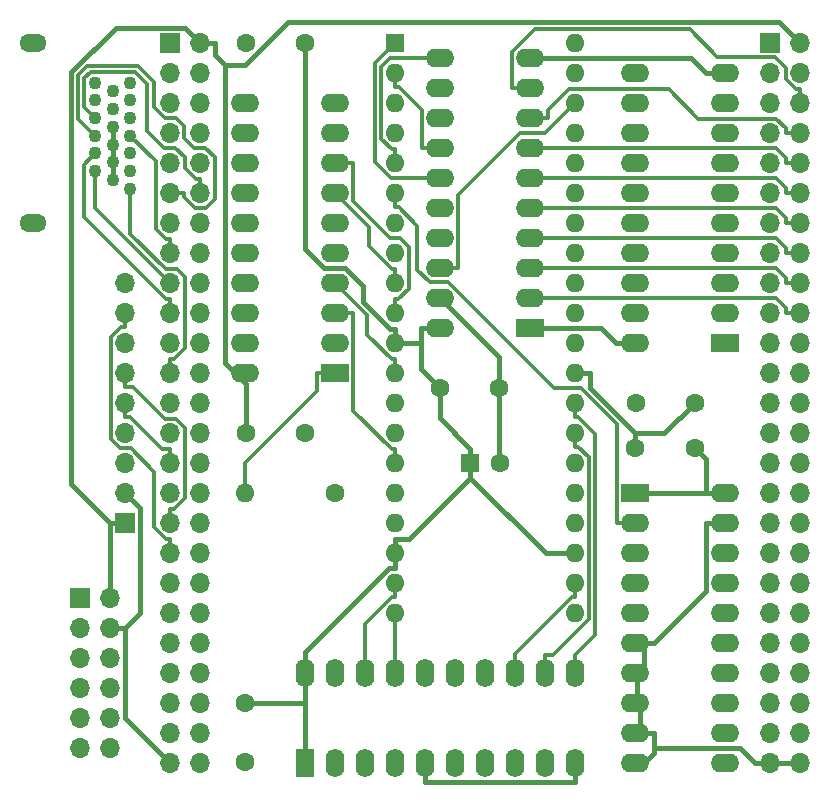
<source format=gbl>
G04 #@! TF.GenerationSoftware,KiCad,Pcbnew,(6.0.9)*
G04 #@! TF.CreationDate,2024-06-02T20:06:45+02:00*
G04 #@! TF.ProjectId,Sombrero_MSX_Goa'uld_X,536f6d62-7265-4726-9f5f-4d53585f476f,rev?*
G04 #@! TF.SameCoordinates,Original*
G04 #@! TF.FileFunction,Copper,L2,Bot*
G04 #@! TF.FilePolarity,Positive*
%FSLAX46Y46*%
G04 Gerber Fmt 4.6, Leading zero omitted, Abs format (unit mm)*
G04 Created by KiCad (PCBNEW (6.0.9)) date 2024-06-02 20:06:45*
%MOMM*%
%LPD*%
G01*
G04 APERTURE LIST*
G04 #@! TA.AperFunction,ComponentPad*
%ADD10R,1.600000X1.600000*%
G04 #@! TD*
G04 #@! TA.AperFunction,ComponentPad*
%ADD11C,1.600000*%
G04 #@! TD*
G04 #@! TA.AperFunction,ComponentPad*
%ADD12R,2.400000X1.600000*%
G04 #@! TD*
G04 #@! TA.AperFunction,ComponentPad*
%ADD13O,2.400000X1.600000*%
G04 #@! TD*
G04 #@! TA.AperFunction,ComponentPad*
%ADD14R,1.700000X1.700000*%
G04 #@! TD*
G04 #@! TA.AperFunction,ComponentPad*
%ADD15O,1.700000X1.700000*%
G04 #@! TD*
G04 #@! TA.AperFunction,ComponentPad*
%ADD16C,1.100000*%
G04 #@! TD*
G04 #@! TA.AperFunction,ComponentPad*
%ADD17O,2.300000X1.500000*%
G04 #@! TD*
G04 #@! TA.AperFunction,ComponentPad*
%ADD18O,1.600000X1.600000*%
G04 #@! TD*
G04 #@! TA.AperFunction,ComponentPad*
%ADD19R,1.600000X2.400000*%
G04 #@! TD*
G04 #@! TA.AperFunction,ComponentPad*
%ADD20O,1.600000X2.400000*%
G04 #@! TD*
G04 #@! TA.AperFunction,Conductor*
%ADD21C,0.300000*%
G04 #@! TD*
G04 #@! TA.AperFunction,Conductor*
%ADD22C,0.450000*%
G04 #@! TD*
G04 APERTURE END LIST*
D10*
X146050000Y-114300000D03*
D11*
X148550000Y-114300000D03*
D12*
X151130000Y-102870000D03*
D13*
X151130000Y-100330000D03*
X151130000Y-97790000D03*
X151130000Y-95250000D03*
X151130000Y-92710000D03*
X151130000Y-90170000D03*
X151130000Y-87630000D03*
X151130000Y-85090000D03*
X151130000Y-82550000D03*
X151130000Y-80010000D03*
X143510000Y-80010000D03*
X143510000Y-82550000D03*
X143510000Y-85090000D03*
X143510000Y-87630000D03*
X143510000Y-90170000D03*
X143510000Y-92710000D03*
X143510000Y-95250000D03*
X143510000Y-97790000D03*
X143510000Y-100330000D03*
X143510000Y-102870000D03*
D14*
X120650000Y-78740000D03*
D15*
X123190000Y-78740000D03*
X120650000Y-81280000D03*
X123190000Y-81280000D03*
X120650000Y-83820000D03*
X123190000Y-83820000D03*
X120650000Y-86360000D03*
X123190000Y-86360000D03*
X120650000Y-88900000D03*
X123190000Y-88900000D03*
X120650000Y-91440000D03*
X123190000Y-91440000D03*
X120650000Y-93980000D03*
X123190000Y-93980000D03*
X120650000Y-96520000D03*
X123190000Y-96520000D03*
X120650000Y-99060000D03*
X123190000Y-99060000D03*
X120650000Y-101600000D03*
X123190000Y-101600000D03*
X120650000Y-104140000D03*
X123190000Y-104140000D03*
X120650000Y-106680000D03*
X123190000Y-106680000D03*
X120650000Y-109220000D03*
X123190000Y-109220000D03*
X120650000Y-111760000D03*
X123190000Y-111760000D03*
X120650000Y-114300000D03*
X123190000Y-114300000D03*
X120650000Y-116840000D03*
X123190000Y-116840000D03*
X120650000Y-119380000D03*
X123190000Y-119380000D03*
X120650000Y-121920000D03*
X123190000Y-121920000D03*
X120650000Y-124460000D03*
X123190000Y-124460000D03*
X120650000Y-127000000D03*
X123190000Y-127000000D03*
X120650000Y-129540000D03*
X123190000Y-129540000D03*
X120650000Y-132080000D03*
X123190000Y-132080000D03*
X120650000Y-134620000D03*
X123190000Y-134620000D03*
X120650000Y-137160000D03*
X123190000Y-137160000D03*
X120650000Y-139700000D03*
X123190000Y-139700000D03*
D14*
X171450000Y-78710000D03*
D15*
X173990000Y-78710000D03*
X171450000Y-81250000D03*
X173990000Y-81250000D03*
X171450000Y-83790000D03*
X173990000Y-83790000D03*
X171450000Y-86330000D03*
X173990000Y-86330000D03*
X171450000Y-88870000D03*
X173990000Y-88870000D03*
X171450000Y-91410000D03*
X173990000Y-91410000D03*
X171450000Y-93950000D03*
X173990000Y-93950000D03*
X171450000Y-96490000D03*
X173990000Y-96490000D03*
X171450000Y-99030000D03*
X173990000Y-99030000D03*
X171450000Y-101570000D03*
X173990000Y-101570000D03*
X171450000Y-104110000D03*
X173990000Y-104110000D03*
X171450000Y-106650000D03*
X173990000Y-106650000D03*
X171450000Y-109190000D03*
X173990000Y-109190000D03*
X171450000Y-111730000D03*
X173990000Y-111730000D03*
X171450000Y-114270000D03*
X173990000Y-114270000D03*
X171450000Y-116810000D03*
X173990000Y-116810000D03*
X171450000Y-119350000D03*
X173990000Y-119350000D03*
X171450000Y-121890000D03*
X173990000Y-121890000D03*
X171450000Y-124430000D03*
X173990000Y-124430000D03*
X171450000Y-126970000D03*
X173990000Y-126970000D03*
X171450000Y-129510000D03*
X173990000Y-129510000D03*
X171450000Y-132050000D03*
X173990000Y-132050000D03*
X171450000Y-134590000D03*
X173990000Y-134590000D03*
X171450000Y-137130000D03*
X173990000Y-137130000D03*
X171450000Y-139670000D03*
X173990000Y-139670000D03*
D12*
X167640000Y-104140000D03*
D13*
X167640000Y-101600000D03*
X167640000Y-99060000D03*
X167640000Y-96520000D03*
X167640000Y-93980000D03*
X167640000Y-91440000D03*
X167640000Y-88900000D03*
X167640000Y-86360000D03*
X167640000Y-83820000D03*
X167640000Y-81280000D03*
X160020000Y-81280000D03*
X160020000Y-83820000D03*
X160020000Y-86360000D03*
X160020000Y-88900000D03*
X160020000Y-91440000D03*
X160020000Y-93980000D03*
X160020000Y-96520000D03*
X160020000Y-99060000D03*
X160020000Y-101600000D03*
X160020000Y-104140000D03*
D12*
X134620000Y-106680000D03*
D13*
X134620000Y-104140000D03*
X134620000Y-101600000D03*
X134620000Y-99060000D03*
X134620000Y-96520000D03*
X134620000Y-93980000D03*
X134620000Y-91440000D03*
X134620000Y-88900000D03*
X134620000Y-86360000D03*
X134620000Y-83820000D03*
X127000000Y-83820000D03*
X127000000Y-86360000D03*
X127000000Y-88900000D03*
X127000000Y-91440000D03*
X127000000Y-93980000D03*
X127000000Y-96520000D03*
X127000000Y-99060000D03*
X127000000Y-101600000D03*
X127000000Y-104140000D03*
X127000000Y-106680000D03*
D11*
X165060000Y-113030000D03*
X160060000Y-113030000D03*
D12*
X160005000Y-116840000D03*
D13*
X160005000Y-119380000D03*
X160005000Y-121920000D03*
X160005000Y-124460000D03*
X160005000Y-127000000D03*
X160005000Y-129540000D03*
X160005000Y-132080000D03*
X160005000Y-134620000D03*
X160005000Y-137160000D03*
X160005000Y-139700000D03*
X167625000Y-139700000D03*
X167625000Y-137160000D03*
X167625000Y-134620000D03*
X167625000Y-132080000D03*
X167625000Y-129540000D03*
X167625000Y-127000000D03*
X167625000Y-124460000D03*
X167625000Y-121920000D03*
X167625000Y-119380000D03*
X167625000Y-116840000D03*
D11*
X132080000Y-78740000D03*
X127080000Y-78740000D03*
D16*
X117300000Y-91090000D03*
X115800000Y-90340000D03*
X117300000Y-89590000D03*
X114300000Y-89590000D03*
X115800000Y-88840000D03*
X114300000Y-88090000D03*
X117300000Y-88090000D03*
X115800000Y-87340000D03*
X117300000Y-86590000D03*
X114300000Y-86590000D03*
X115800000Y-85840000D03*
X114300000Y-85090000D03*
X117300000Y-85090000D03*
X115800000Y-84340000D03*
X117300000Y-83590000D03*
X114300000Y-83590000D03*
X115800000Y-82840000D03*
X114300000Y-82090000D03*
X117300000Y-82090000D03*
D17*
X109080000Y-93940000D03*
X109080000Y-78740000D03*
D11*
X160075000Y-109215000D03*
X165075000Y-109215000D03*
X127080000Y-111785000D03*
X132080000Y-111785000D03*
D10*
X139710000Y-78740000D03*
D18*
X139710000Y-81280000D03*
X139710000Y-83820000D03*
X139710000Y-86360000D03*
X139710000Y-88900000D03*
X139710000Y-91440000D03*
X139710000Y-93980000D03*
X139710000Y-96520000D03*
X139710000Y-99060000D03*
X139710000Y-101600000D03*
X139710000Y-104140000D03*
X139710000Y-106680000D03*
X139710000Y-109220000D03*
X139710000Y-111760000D03*
X139710000Y-114300000D03*
X139710000Y-116840000D03*
X139710000Y-119380000D03*
X139710000Y-121920000D03*
X139710000Y-124460000D03*
X139710000Y-127000000D03*
X154950000Y-127000000D03*
X154950000Y-124460000D03*
X154950000Y-121920000D03*
X154950000Y-119380000D03*
X154950000Y-116840000D03*
X154950000Y-114300000D03*
X154950000Y-111760000D03*
X154950000Y-109220000D03*
X154950000Y-106680000D03*
X154950000Y-104140000D03*
X154950000Y-101600000D03*
X154950000Y-99060000D03*
X154950000Y-96520000D03*
X154950000Y-93980000D03*
X154950000Y-91440000D03*
X154950000Y-88900000D03*
X154950000Y-86360000D03*
X154950000Y-83820000D03*
X154950000Y-81280000D03*
X154950000Y-78740000D03*
D11*
X143495000Y-107950000D03*
X148495000Y-107950000D03*
X127000000Y-134620000D03*
X127000000Y-139620000D03*
D14*
X113030000Y-125730000D03*
D15*
X115570000Y-125730000D03*
X113030000Y-128270000D03*
X115570000Y-128270000D03*
X113030000Y-130810000D03*
X115570000Y-130810000D03*
X113030000Y-133350000D03*
X115570000Y-133350000D03*
X113030000Y-135890000D03*
X115570000Y-135890000D03*
X113030000Y-138430000D03*
X115570000Y-138430000D03*
D19*
X132070000Y-139695000D03*
D20*
X134610000Y-139695000D03*
X137150000Y-139695000D03*
X139690000Y-139695000D03*
X142230000Y-139695000D03*
X144770000Y-139695000D03*
X147310000Y-139695000D03*
X149850000Y-139695000D03*
X152390000Y-139695000D03*
X154930000Y-139695000D03*
X154930000Y-132075000D03*
X152390000Y-132075000D03*
X149850000Y-132075000D03*
X147310000Y-132075000D03*
X144770000Y-132075000D03*
X142230000Y-132075000D03*
X139690000Y-132075000D03*
X137150000Y-132075000D03*
X134610000Y-132075000D03*
X132070000Y-132075000D03*
D11*
X134620000Y-116840000D03*
D18*
X127000000Y-116840000D03*
D14*
X116840000Y-119380000D03*
D15*
X116840000Y-116840000D03*
X116840000Y-114300000D03*
X116840000Y-111760000D03*
X116840000Y-109220000D03*
X116840000Y-106680000D03*
X116840000Y-104140000D03*
X116840000Y-101600000D03*
X116840000Y-99060000D03*
D21*
X119449900Y-88739900D02*
X117300000Y-86590000D01*
X119449900Y-94494900D02*
X119449900Y-88739900D01*
X120274900Y-95319900D02*
X119449900Y-94494900D01*
X120650000Y-95319900D02*
X120274900Y-95319900D01*
X120650000Y-96520000D02*
X120650000Y-95319900D01*
X114300000Y-92710000D02*
X114300000Y-89590000D01*
X120650000Y-99060000D02*
X114300000Y-92710000D01*
X120292600Y-100399900D02*
X120650000Y-100399900D01*
X113368000Y-93475300D02*
X120292600Y-100399900D01*
X113368000Y-89022000D02*
X113368000Y-93475300D01*
X114300000Y-88090000D02*
X113368000Y-89022000D01*
X120650000Y-101600000D02*
X120650000Y-100399900D01*
X121023000Y-105479900D02*
X120650000Y-105479900D01*
X121920000Y-104582900D02*
X121023000Y-105479900D01*
X121920000Y-98572500D02*
X121920000Y-104582900D01*
X121207300Y-97859800D02*
X121920000Y-98572500D01*
X120290800Y-97859800D02*
X121207300Y-97859800D01*
X117300000Y-94869000D02*
X120290800Y-97859800D01*
X117300000Y-91090000D02*
X117300000Y-94869000D01*
X120650000Y-106680000D02*
X120650000Y-105479900D01*
X123190000Y-91440000D02*
X123190000Y-90239900D01*
X122817000Y-90239900D02*
X123190000Y-90239900D01*
X121877800Y-89300700D02*
X122817000Y-90239900D01*
X121877800Y-88414400D02*
X121877800Y-89300700D01*
X121093400Y-87630000D02*
X121877800Y-88414400D01*
X120168800Y-87630000D02*
X121093400Y-87630000D01*
X118691300Y-86152500D02*
X120168800Y-87630000D01*
X118691300Y-82178000D02*
X118691300Y-86152500D01*
X117677100Y-81163800D02*
X118691300Y-82178000D01*
X113924000Y-81163800D02*
X117677100Y-81163800D01*
X113386700Y-81701100D02*
X113924000Y-81163800D01*
X113386700Y-84176700D02*
X113386700Y-81701100D01*
X114300000Y-85090000D02*
X113386700Y-84176700D01*
X121850100Y-91813000D02*
X121850100Y-91440000D01*
X122747100Y-92710000D02*
X121850100Y-91813000D01*
X123665000Y-92710000D02*
X122747100Y-92710000D01*
X124425200Y-91949800D02*
X123665000Y-92710000D01*
X124425200Y-88414100D02*
X124425200Y-91949800D01*
X123641100Y-87630000D02*
X124425200Y-88414100D01*
X122677900Y-87630000D02*
X123641100Y-87630000D01*
X121850100Y-86802200D02*
X122677900Y-87630000D01*
X121850100Y-85803600D02*
X121850100Y-86802200D01*
X121136500Y-85090000D02*
X121850100Y-85803600D01*
X120218700Y-85090000D02*
X121136500Y-85090000D01*
X119261300Y-84132600D02*
X120218700Y-85090000D01*
X119261300Y-82006200D02*
X119261300Y-84132600D01*
X117915100Y-80660000D02*
X119261300Y-82006200D01*
X113641200Y-80660000D02*
X117915100Y-80660000D01*
X112871600Y-81429600D02*
X113641200Y-80660000D01*
X112871600Y-85161600D02*
X112871600Y-81429600D01*
X114300000Y-86590000D02*
X112871600Y-85161600D01*
X120650000Y-91440000D02*
X121850100Y-91440000D01*
X119950100Y-113099900D02*
X120650000Y-113099900D01*
X117270300Y-110420100D02*
X119950100Y-113099900D01*
X116840000Y-110420100D02*
X117270300Y-110420100D01*
X116840000Y-109220000D02*
X116840000Y-110420100D01*
X120650000Y-114300000D02*
X120650000Y-113099900D01*
X120277000Y-120719900D02*
X120650000Y-120719900D01*
X119310200Y-119753100D02*
X120277000Y-120719900D01*
X119310200Y-115027700D02*
X119310200Y-119753100D01*
X117312500Y-113030000D02*
X119310200Y-115027700D01*
X116376800Y-113030000D02*
X117312500Y-113030000D01*
X115618500Y-112271700D02*
X116376800Y-113030000D01*
X115618500Y-103646600D02*
X115618500Y-112271700D01*
X116465000Y-102800100D02*
X115618500Y-103646600D01*
X116840000Y-102800100D02*
X116465000Y-102800100D01*
X116840000Y-101600000D02*
X116840000Y-102800100D01*
X120650000Y-121920000D02*
X120650000Y-120719900D01*
X121023000Y-118179900D02*
X120650000Y-118179900D01*
X121920000Y-117282900D02*
X121023000Y-118179900D01*
X121920000Y-111302700D02*
X121920000Y-117282900D01*
X121177100Y-110559800D02*
X121920000Y-111302700D01*
X120221700Y-110559800D02*
X121177100Y-110559800D01*
X117542000Y-107880100D02*
X120221700Y-110559800D01*
X116840000Y-107880100D02*
X117542000Y-107880100D01*
X116840000Y-106680000D02*
X116840000Y-107880100D01*
X120650000Y-119380000D02*
X120650000Y-118179900D01*
X171924900Y-100330000D02*
X151130000Y-100330000D01*
X172789900Y-101195000D02*
X171924900Y-100330000D01*
X172789900Y-101570000D02*
X172789900Y-101195000D01*
X173990000Y-101570000D02*
X172789900Y-101570000D01*
X171924900Y-97790000D02*
X151130000Y-97790000D01*
X172789900Y-98655000D02*
X171924900Y-97790000D01*
X172789900Y-99030000D02*
X172789900Y-98655000D01*
X173990000Y-99030000D02*
X172789900Y-99030000D01*
X171924900Y-95250000D02*
X151130000Y-95250000D01*
X172789900Y-96115000D02*
X171924900Y-95250000D01*
X172789900Y-96490000D02*
X172789900Y-96115000D01*
X173990000Y-96490000D02*
X172789900Y-96490000D01*
X171924900Y-92710000D02*
X151130000Y-92710000D01*
X172789900Y-93575000D02*
X171924900Y-92710000D01*
X172789900Y-93950000D02*
X172789900Y-93575000D01*
X173990000Y-93950000D02*
X172789900Y-93950000D01*
X154930000Y-132075000D02*
X154930000Y-130524900D01*
X154950000Y-109220000D02*
X154950000Y-110370100D01*
X156616300Y-128838600D02*
X154930000Y-130524900D01*
X156616300Y-111798100D02*
X156616300Y-128838600D01*
X155188300Y-110370100D02*
X156616300Y-111798100D01*
X154950000Y-110370100D02*
X155188300Y-110370100D01*
X155188300Y-112910100D02*
X154950000Y-112910100D01*
X156105000Y-113826800D02*
X155188300Y-112910100D01*
X156105000Y-127488100D02*
X156105000Y-113826800D01*
X153068200Y-130524900D02*
X156105000Y-127488100D01*
X152390000Y-130524900D02*
X153068200Y-130524900D01*
X152390000Y-132075000D02*
X152390000Y-130524900D01*
X154950000Y-111760000D02*
X154950000Y-112910100D01*
X133069900Y-108230100D02*
X133069900Y-106680000D01*
X127000000Y-114300000D02*
X133069900Y-108230100D01*
X127000000Y-116840000D02*
X127000000Y-114300000D01*
X134620000Y-106680000D02*
X133069900Y-106680000D01*
X145060100Y-91587200D02*
X145060100Y-97790000D01*
X150287300Y-86360000D02*
X145060100Y-91587200D01*
X152410000Y-86360000D02*
X150287300Y-86360000D01*
X154950000Y-83820000D02*
X152410000Y-86360000D01*
X143510000Y-97790000D02*
X145060100Y-97790000D01*
X141959900Y-84392400D02*
X141959900Y-87630000D01*
X139997600Y-82430100D02*
X141959900Y-84392400D01*
X139710000Y-82430100D02*
X139997600Y-82430100D01*
X139710000Y-81280000D02*
X139710000Y-82430100D01*
X143510000Y-87630000D02*
X141959900Y-87630000D01*
X139336700Y-90170000D02*
X143510000Y-90170000D01*
X137998500Y-88831800D02*
X139336700Y-90170000D01*
X137998500Y-80451500D02*
X137998500Y-88831800D01*
X139710000Y-78740000D02*
X137998500Y-80451500D01*
X139298600Y-80010000D02*
X143510000Y-80010000D01*
X138550000Y-80758600D02*
X139298600Y-80010000D01*
X138550000Y-86877400D02*
X138550000Y-80758600D01*
X139422500Y-87749900D02*
X138550000Y-86877400D01*
X139710000Y-87749900D02*
X139422500Y-87749900D01*
X139710000Y-88900000D02*
X139710000Y-87749900D01*
X139948300Y-100449900D02*
X139710000Y-100449900D01*
X140860100Y-99538100D02*
X139948300Y-100449900D01*
X140860100Y-96027800D02*
X140860100Y-99538100D01*
X140082300Y-95250000D02*
X140860100Y-96027800D01*
X139304400Y-95250000D02*
X140082300Y-95250000D01*
X136170100Y-92115700D02*
X139304400Y-95250000D01*
X136170100Y-88900000D02*
X136170100Y-92115700D01*
X134620000Y-88900000D02*
X136170100Y-88900000D01*
X139710000Y-101600000D02*
X139710000Y-100449900D01*
X137476300Y-94296300D02*
X134620000Y-91440000D01*
X137476300Y-95933300D02*
X137476300Y-94296300D01*
X139452900Y-97909900D02*
X137476300Y-95933300D01*
X139710000Y-97909900D02*
X139452900Y-97909900D01*
X139710000Y-99060000D02*
X139710000Y-97909900D01*
X137356500Y-101796500D02*
X134620000Y-99060000D01*
X137356500Y-103463900D02*
X137356500Y-101796500D01*
X139422500Y-105529900D02*
X137356500Y-103463900D01*
X139710000Y-105529900D02*
X139422500Y-105529900D01*
X139710000Y-106680000D02*
X139710000Y-105529900D01*
X136170100Y-109897600D02*
X136170100Y-101600000D01*
X139422400Y-113149900D02*
X136170100Y-109897600D01*
X139710000Y-113149900D02*
X139422400Y-113149900D01*
X139710000Y-114300000D02*
X139710000Y-113149900D01*
X134620000Y-101600000D02*
X136170100Y-101600000D01*
X158454900Y-110998300D02*
X158454900Y-119380000D01*
X155406600Y-107950000D02*
X158454900Y-110998300D01*
X153167800Y-107950000D02*
X155406600Y-107950000D01*
X144216400Y-98998600D02*
X153167800Y-107950000D01*
X142673500Y-98998600D02*
X144216400Y-98998600D01*
X141603000Y-97928100D02*
X142673500Y-98998600D01*
X141603000Y-94195600D02*
X141603000Y-97928100D01*
X139997500Y-92590100D02*
X141603000Y-94195600D01*
X139710000Y-92590100D02*
X139997500Y-92590100D01*
X139710000Y-91440000D02*
X139710000Y-92590100D01*
X160005000Y-119380000D02*
X158454900Y-119380000D01*
X154711700Y-125610100D02*
X154950000Y-125610100D01*
X149850000Y-130471800D02*
X154711700Y-125610100D01*
X149850000Y-132075000D02*
X149850000Y-130471800D01*
X154950000Y-124460000D02*
X154950000Y-125610100D01*
X139690000Y-128170100D02*
X139710000Y-128150100D01*
X139690000Y-132075000D02*
X139690000Y-128170100D01*
X139710000Y-127000000D02*
X139710000Y-128150100D01*
X139471700Y-125610100D02*
X139710000Y-125610100D01*
X137150000Y-127931800D02*
X139471700Y-125610100D01*
X137150000Y-132075000D02*
X137150000Y-127931800D01*
X139710000Y-124460000D02*
X139710000Y-125610100D01*
X171924900Y-90170000D02*
X151130000Y-90170000D01*
X172789900Y-91035000D02*
X171924900Y-90170000D01*
X172789900Y-91410000D02*
X172789900Y-91035000D01*
X173990000Y-91410000D02*
X172789900Y-91410000D01*
X171924900Y-87630000D02*
X151130000Y-87630000D01*
X172789900Y-88495000D02*
X171924900Y-87630000D01*
X172789900Y-88870000D02*
X172789900Y-88495000D01*
X173990000Y-88870000D02*
X172789900Y-88870000D01*
X152680100Y-84438100D02*
X152680100Y-85090000D01*
X154454900Y-82663300D02*
X152680100Y-84438100D01*
X162894500Y-82663300D02*
X154454900Y-82663300D01*
X165361100Y-85129900D02*
X162894500Y-82663300D01*
X171964900Y-85129900D02*
X165361100Y-85129900D01*
X172789900Y-85954900D02*
X171964900Y-85129900D01*
X172789900Y-86330000D02*
X172789900Y-85954900D01*
X173990000Y-86330000D02*
X172789900Y-86330000D01*
X151130000Y-85090000D02*
X152680100Y-85090000D01*
X149579900Y-79533400D02*
X149579900Y-82550000D01*
X151531400Y-77581900D02*
X149579900Y-79533400D01*
X164637100Y-77581900D02*
X151531400Y-77581900D01*
X166965400Y-79910200D02*
X164637100Y-77581900D01*
X171864000Y-79910200D02*
X166965400Y-79910200D01*
X172789900Y-80836100D02*
X171864000Y-79910200D01*
X172789900Y-81764900D02*
X172789900Y-80836100D01*
X173614900Y-82589900D02*
X172789900Y-81764900D01*
X173990000Y-82589900D02*
X173614900Y-82589900D01*
X173990000Y-83790000D02*
X173990000Y-82589900D01*
X151130000Y-82550000D02*
X149579900Y-82550000D01*
D22*
X143510000Y-102870000D02*
X141884900Y-102870000D01*
X141884900Y-104140000D02*
X141884900Y-102870000D01*
X141884900Y-106339900D02*
X141884900Y-104140000D01*
X143495000Y-107950000D02*
X141884900Y-106339900D01*
X143495000Y-110519900D02*
X143495000Y-107950000D01*
X146050000Y-113074900D02*
X143495000Y-110519900D01*
X132070000Y-134620000D02*
X127000000Y-134620000D01*
X132070000Y-139695000D02*
X132070000Y-134620000D01*
X132070000Y-134620000D02*
X132070000Y-132075000D01*
X139202300Y-123145100D02*
X139710000Y-123145100D01*
X132070000Y-130277400D02*
X139202300Y-123145100D01*
X132070000Y-132075000D02*
X132070000Y-130277400D01*
X139710000Y-121920000D02*
X139710000Y-123145100D01*
X146050000Y-113687400D02*
X146050000Y-113074900D01*
X146050000Y-113687400D02*
X146050000Y-114300000D01*
X139710000Y-121920000D02*
X139710000Y-120694900D01*
X146050000Y-114300000D02*
X146050000Y-115525100D01*
X140880200Y-120694900D02*
X139710000Y-120694900D01*
X146050000Y-115525100D02*
X140880200Y-120694900D01*
X152444900Y-121920000D02*
X154950000Y-121920000D01*
X146050000Y-115525100D02*
X152444900Y-121920000D01*
X139710000Y-104140000D02*
X141884900Y-104140000D01*
X132080000Y-96170700D02*
X132080000Y-78740000D01*
X133699300Y-97790000D02*
X132080000Y-96170700D01*
X135499800Y-97790000D02*
X133699300Y-97790000D01*
X137014100Y-99304300D02*
X135499800Y-97790000D01*
X137014100Y-100640600D02*
X137014100Y-99304300D01*
X139288400Y-102914900D02*
X137014100Y-100640600D01*
X139710000Y-102914900D02*
X139288400Y-102914900D01*
X139710000Y-104140000D02*
X139710000Y-102914900D01*
X157124900Y-102870000D02*
X158394900Y-104140000D01*
X151130000Y-102870000D02*
X157124900Y-102870000D01*
X160020000Y-104140000D02*
X158394900Y-104140000D01*
X148495000Y-114245000D02*
X148550000Y-114300000D01*
X148495000Y-107950000D02*
X148495000Y-114245000D01*
X115800000Y-85840000D02*
X115800000Y-87340000D01*
X115800000Y-87340000D02*
X115800000Y-88840000D01*
X115800000Y-88840000D02*
X115800000Y-90340000D01*
X173990000Y-139670000D02*
X171450000Y-139670000D01*
X171450000Y-139670000D02*
X170174900Y-139670000D01*
X148495000Y-105315000D02*
X148495000Y-107950000D01*
X143510000Y-100330000D02*
X148495000Y-105315000D01*
X115570000Y-128270000D02*
X116845100Y-128270000D01*
X116845100Y-135895100D02*
X120650000Y-139700000D01*
X116845100Y-128270000D02*
X116845100Y-135895100D01*
X165999900Y-125170200D02*
X161630100Y-129540000D01*
X165999900Y-119380000D02*
X165999900Y-125170200D01*
X167625000Y-119380000D02*
X165999900Y-119380000D01*
X160817600Y-132080000D02*
X160817600Y-129540000D01*
X160005000Y-129540000D02*
X160817600Y-129540000D01*
X160817600Y-129540000D02*
X161630100Y-129540000D01*
X160005000Y-139700000D02*
X160817600Y-139700000D01*
X161630100Y-138887500D02*
X161630100Y-138430000D01*
X160817600Y-139700000D02*
X161630100Y-138887500D01*
X168934900Y-138430000D02*
X161630100Y-138430000D01*
X170174900Y-139670000D02*
X168934900Y-138430000D01*
X161630100Y-138430000D02*
X161630100Y-137160000D01*
X160411300Y-134620000D02*
X160411300Y-137160000D01*
X160005000Y-137160000D02*
X160411300Y-137160000D01*
X160411300Y-137160000D02*
X161630100Y-137160000D01*
X160208200Y-134620000D02*
X160208200Y-132080000D01*
X160005000Y-134620000D02*
X160208200Y-134620000D01*
X160208200Y-134620000D02*
X160411300Y-134620000D01*
X160005000Y-132080000D02*
X160208200Y-132080000D01*
X160208200Y-132080000D02*
X160817600Y-132080000D01*
X118115200Y-126999900D02*
X116845100Y-128270000D01*
X118115200Y-118115200D02*
X118115200Y-126999900D01*
X116840000Y-116840000D02*
X118115200Y-118115200D01*
X154930000Y-141320100D02*
X142230000Y-141320100D01*
X154930000Y-139695000D02*
X154930000Y-141320100D01*
X142230000Y-139695000D02*
X142230000Y-141320100D01*
X162500000Y-111790000D02*
X165075000Y-109215000D01*
X160060000Y-111790000D02*
X162500000Y-111790000D01*
X160060000Y-113030000D02*
X160060000Y-111790000D01*
X156175100Y-107905100D02*
X156175100Y-106680000D01*
X160060000Y-111790000D02*
X156175100Y-107905100D01*
X154950000Y-106680000D02*
X156175100Y-106680000D01*
X164744900Y-80010000D02*
X166014900Y-81280000D01*
X151130000Y-80010000D02*
X164744900Y-80010000D01*
X167640000Y-81280000D02*
X166014900Y-81280000D01*
X165999900Y-113969900D02*
X165060000Y-113030000D01*
X165999900Y-116840000D02*
X165999900Y-113969900D01*
X167625000Y-116840000D02*
X165999900Y-116840000D01*
X160005000Y-116840000D02*
X165999900Y-116840000D01*
X127000000Y-106680000D02*
X126187500Y-106680000D01*
X127080000Y-107572500D02*
X127080000Y-111785000D01*
X126187500Y-106680000D02*
X127080000Y-107572500D01*
X115570000Y-125730000D02*
X115570000Y-124454900D01*
X116840000Y-119380000D02*
X115564900Y-119380000D01*
X115564900Y-124449800D02*
X115570000Y-124454900D01*
X115564900Y-119380000D02*
X115564900Y-124449800D01*
X121884800Y-77434800D02*
X123190000Y-78740000D01*
X116053000Y-77434800D02*
X121884800Y-77434800D01*
X112296400Y-81191400D02*
X116053000Y-77434800D01*
X112296400Y-116111500D02*
X112296400Y-81191400D01*
X115564900Y-119380000D02*
X112296400Y-116111500D01*
X125327900Y-105820400D02*
X126187500Y-106680000D01*
X125327900Y-80591400D02*
X125327900Y-105820400D01*
X124465100Y-79728600D02*
X125327900Y-80591400D01*
X124465100Y-78740000D02*
X124465100Y-79728600D01*
X172234200Y-76954200D02*
X173990000Y-78710000D01*
X130635300Y-76954200D02*
X172234200Y-76954200D01*
X126998100Y-80591400D02*
X130635300Y-76954200D01*
X125327900Y-80591400D02*
X126998100Y-80591400D01*
X123190000Y-78740000D02*
X124465100Y-78740000D01*
M02*

</source>
